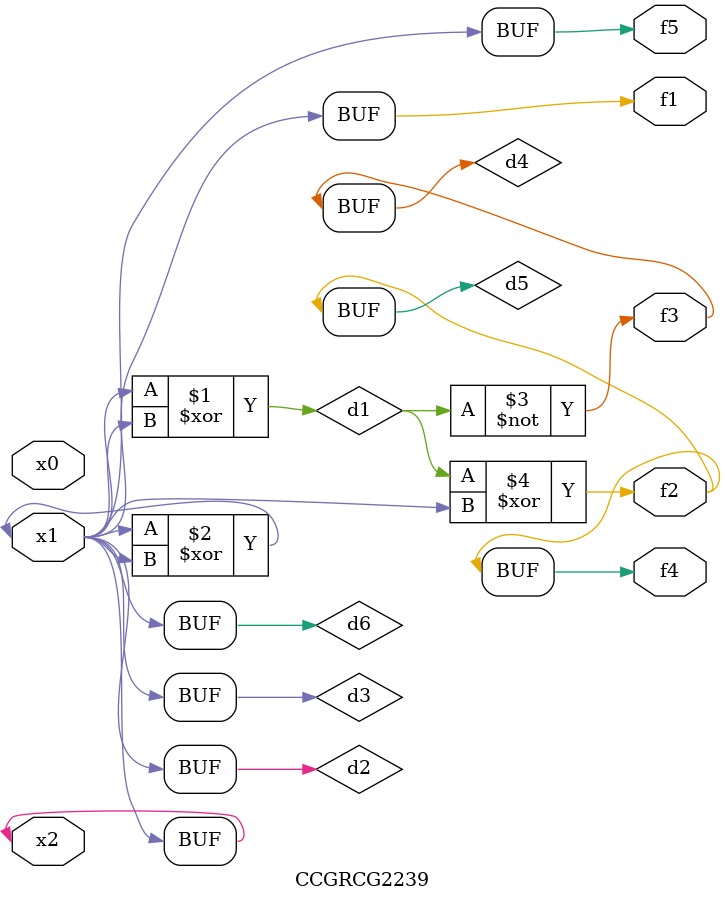
<source format=v>
module CCGRCG2239(
	input x0, x1, x2,
	output f1, f2, f3, f4, f5
);

	wire d1, d2, d3, d4, d5, d6;

	xor (d1, x1, x2);
	buf (d2, x1, x2);
	xor (d3, x1, x2);
	nor (d4, d1);
	xor (d5, d1, d2);
	buf (d6, d2, d3);
	assign f1 = d6;
	assign f2 = d5;
	assign f3 = d4;
	assign f4 = d5;
	assign f5 = d6;
endmodule

</source>
